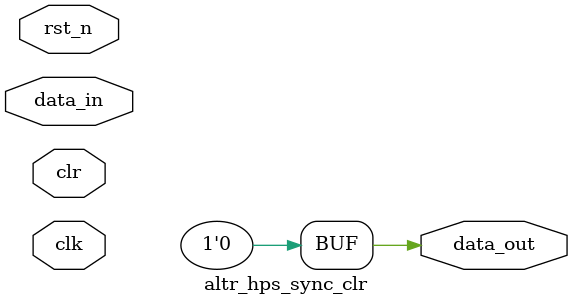
<source format=v>
module altr_hps_sync_clr(	// file.cleaned.mlir:2:3
  input  clk,	// file.cleaned.mlir:2:35
         rst_n,	// file.cleaned.mlir:2:49
         clr,	// file.cleaned.mlir:2:65
         data_in,	// file.cleaned.mlir:2:79
  output data_out	// file.cleaned.mlir:2:98
);

  assign data_out = 1'h0;	// file.cleaned.mlir:3:14, :4:5
endmodule


</source>
